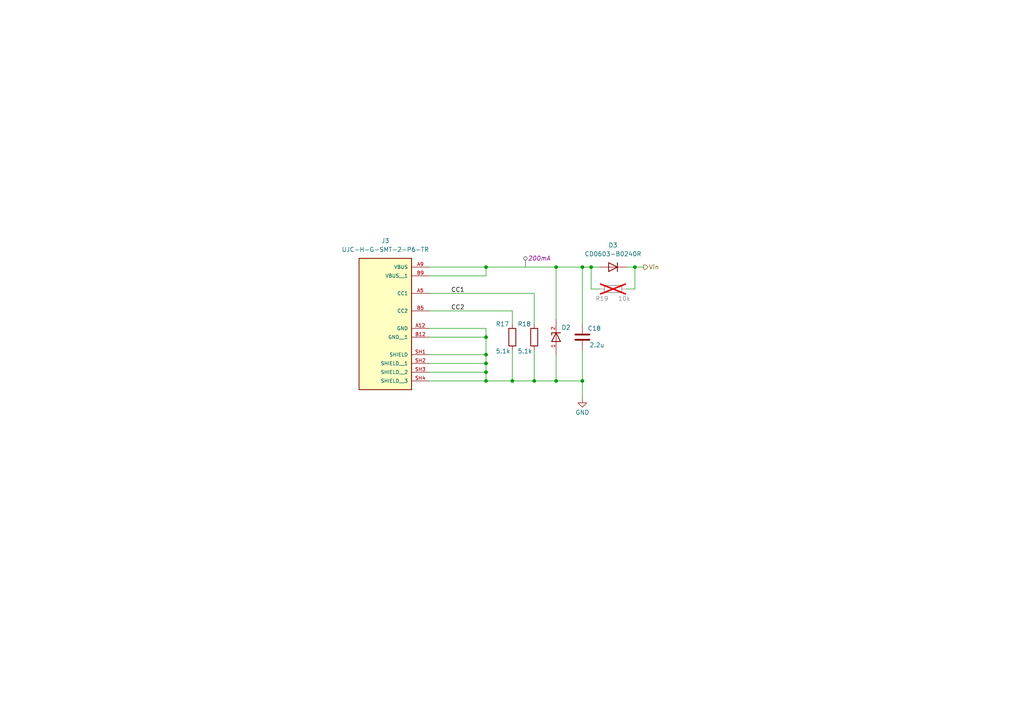
<source format=kicad_sch>
(kicad_sch (version 20231120) (generator "eeschema") (generator_version "8.0")
  (paper "A4")
  (lib_symbols
    (symbol "Device:C" (pin_numbers hide) (pin_names (offset 0.254))
      (property "Reference" "C" (at 0.635 2.54 0))
      (property "Value" "C" (at 0.635 -2.54 0))
      (symbol "C_0_1"
        (polyline (pts (xy -2.032 -0.762) (xy 2.032 -0.762)) (stroke (width 0.508)))
        (polyline (pts (xy -2.032 0.762) (xy 2.032 0.762)) (stroke (width 0.508)))
      )
      (symbol "C_1_1"
        (pin passive line (at 0 3.81 270) (length 2.794) (name "~") (number "1"))
        (pin passive line (at 0 -3.81 90) (length 2.794) (name "~") (number "2"))
      )
    )
    (symbol "Device:D" (pin_numbers hide) (pin_names (offset 1.016) hide)
      (property "Reference" "D" (at 0 2.54 0))
      (property "Value" "D" (at 0 -2.54 0))
      (symbol "D_0_1"
        (polyline (pts (xy -1.27 1.27) (xy -1.27 -1.27)) (stroke (width 0.254)))
        (polyline (pts (xy 1.27 0) (xy -1.27 0)))
        (polyline (pts (xy 1.27 1.27) (xy 1.27 -1.27) (xy -1.27 0) (xy 1.27 1.27)) (stroke (width 0.254)))
      )
      (symbol "D_1_1"
        (pin passive line (at -3.81 0 0) (length 2.54) (name "K") (number "1"))
        (pin passive line (at 3.81 0 180) (length 2.54) (name "A") (number "2"))
      )
    )
    (symbol "Device:R" (pin_numbers hide) (pin_names (offset 0))
      (property "Reference" "R" (at 2.032 0 90))
      (property "Value" "R" (at 0 0 90))
      (symbol "R_0_1"
        (rectangle (start -1.016 -2.54) (end 1.016 2.54) (stroke (width 0.254)))
      )
      (symbol "R_1_1"
        (pin passive line (at 0 3.81 270) (length 1.27) (name "~") (number "1"))
        (pin passive line (at 0 -3.81 90) (length 1.27) (name "~") (number "2"))
      )
    )
    (symbol "ESDA25P35-1U1M:ESDA25P35-1U1M" (pin_names (offset 1.016))
      (property "Reference" "D" (at -5.0835 2.4159 0))
      (property "Value" "ESDA25P35-1U1M" (at -5.0854 -4.9611 0))
      (symbol "ESDA25P35-1U1M_0_0"
        (polyline (pts (xy -1.27 -1.27) (xy -1.27 0)) (stroke (width 0.254)))
        (polyline (pts (xy -1.27 0) (xy -1.27 1.27)) (stroke (width 0.254)))
        (polyline (pts (xy -1.27 0) (xy 1.27 -1.27)) (stroke (width 0.254)))
        (polyline (pts (xy -0.635 -1.27) (xy -1.27 -1.27)) (stroke (width 0.254)))
        (polyline (pts (xy 1.27 -1.27) (xy 1.27 1.27)) (stroke (width 0.254)))
        (polyline (pts (xy 1.27 1.27) (xy -1.27 0)) (stroke (width 0.254)))
        (pin passive line (at 5.08 0 180) (length 5.08) (name "~") (number "1"))
        (pin passive line (at -5.08 0 0) (length 5.08) (name "~") (number "2"))
      )
    )
    (symbol "UJC-H-G-SMT-2-P6-TR:UJC-H-G-SMT-2-P6-TR" (pin_names (offset 1.016))
      (property "Reference" "J" (at -7.62 13.462 0))
      (property "Value" "UJC-H-G-SMT-2-P6-TR" (at -7.62 -27.94 0))
      (symbol "UJC-H-G-SMT-2-P6-TR_0_0"
        (rectangle (start -7.62 -25.4) (end 7.62 12.7) (stroke (width 0.254)) (fill (type background)))
        (pin passive line (at 12.7 -7.62 180) (length 5.08) (name "GND") (number "A12"))
        (pin passive line (at 12.7 2.54 180) (length 5.08) (name "CC1") (number "A5"))
        (pin passive line (at 12.7 10.16 180) (length 5.08) (name "VBUS") (number "A9"))
        (pin passive line (at 12.7 -10.16 180) (length 5.08) (name "GND__1") (number "B12"))
        (pin passive line (at 12.7 -2.54 180) (length 5.08) (name "CC2") (number "B5"))
        (pin passive line (at 12.7 7.62 180) (length 5.08) (name "VBUS__1") (number "B9"))
        (pin passive line (at 12.7 -15.24 180) (length 5.08) (name "SHIELD") (number "SH1"))
        (pin passive line (at 12.7 -17.78 180) (length 5.08) (name "SHIELD__1") (number "SH2"))
        (pin passive line (at 12.7 -20.32 180) (length 5.08) (name "SHIELD__2") (number "SH3"))
        (pin passive line (at 12.7 -22.86 180) (length 5.08) (name "SHIELD__3") (number "SH4"))
      )
    )
    (symbol "power:GND" (power) (pin_numbers hide) (pin_names (offset 0) hide)
      (property "Value" "GND" (at 0 -3.81 0))
      (symbol "GND_0_1"
        (polyline (pts (xy 0 0) (xy 0 -1.27) (xy 1.27 -1.27) (xy 0 -2.54) (xy -1.27 -1.27) (xy 0 -1.27)))
      )
      (symbol "GND_1_1"
        (pin power_in line (at 0 0 270) (length 0) (name "~") (number "1"))
      )
    )
  )
  (junction (at 184.15 77.47))
  (junction (at 168.91 77.47))
  (junction (at 154.94 110.49))
  (junction (at 171.45 77.47))
  (junction (at 140.97 110.49))
  (junction (at 140.97 77.47))
  (junction (at 161.29 77.47))
  (junction (at 148.59 110.49))
  (junction (at 140.97 97.79))
  (junction (at 140.97 107.95))
  (junction (at 168.91 110.49))
  (junction (at 140.97 105.41))
  (junction (at 161.29 110.49))
  (junction (at 140.97 102.87))
  (wire (pts (xy 154.94 85.09) (xy 154.94 93.98)))
  (wire (pts (xy 124.46 107.95) (xy 140.97 107.95)))
  (wire (pts (xy 168.91 110.49) (xy 168.91 115.57)))
  (wire (pts (xy 124.46 105.41) (xy 140.97 105.41)))
  (wire (pts (xy 161.29 110.49) (xy 154.94 110.49)))
  (wire (pts (xy 124.46 97.79) (xy 140.97 97.79)))
  (wire (pts (xy 148.59 110.49) (xy 154.94 110.49)))
  (wire (pts (xy 140.97 107.95) (xy 140.97 110.49)))
  (wire (pts (xy 124.46 77.47) (xy 140.97 77.47)))
  (wire (pts (xy 181.61 77.47) (xy 184.15 77.47)))
  (wire (pts (xy 168.91 77.47) (xy 168.91 93.98)))
  (wire (pts (xy 140.97 105.41) (xy 140.97 107.95)))
  (wire (pts (xy 181.61 83.82) (xy 184.15 83.82)))
  (wire (pts (xy 184.15 77.47) (xy 186.69 77.47)))
  (wire (pts (xy 140.97 102.87) (xy 140.97 105.41)))
  (wire (pts (xy 124.46 110.49) (xy 140.97 110.49)))
  (wire (pts (xy 168.91 77.47) (xy 171.45 77.47)))
  (wire (pts (xy 124.46 95.25) (xy 140.97 95.25)))
  (wire (pts (xy 124.46 80.01) (xy 140.97 80.01)))
  (wire (pts (xy 154.94 101.6) (xy 154.94 110.49)))
  (wire (pts (xy 168.91 101.6) (xy 168.91 110.49)))
  (wire (pts (xy 148.59 101.6) (xy 148.59 110.49)))
  (wire (pts (xy 124.46 85.09) (xy 154.94 85.09)))
  (wire (pts (xy 161.29 77.47) (xy 168.91 77.47)))
  (wire (pts (xy 124.46 90.17) (xy 148.59 90.17)))
  (wire (pts (xy 161.29 102.87) (xy 161.29 110.49)))
  (wire (pts (xy 140.97 80.01) (xy 140.97 77.47)))
  (wire (pts (xy 148.59 110.49) (xy 140.97 110.49)))
  (wire (pts (xy 148.59 90.17) (xy 148.59 93.98)))
  (wire (pts (xy 171.45 77.47) (xy 173.99 77.47)))
  (wire (pts (xy 124.46 102.87) (xy 140.97 102.87)))
  (wire (pts (xy 161.29 77.47) (xy 161.29 92.71)))
  (wire (pts (xy 140.97 97.79) (xy 140.97 102.87)))
  (wire (pts (xy 184.15 83.82) (xy 184.15 77.47)))
  (wire (pts (xy 171.45 83.82) (xy 171.45 77.47)))
  (wire (pts (xy 140.97 95.25) (xy 140.97 97.79)))
  (wire (pts (xy 173.99 83.82) (xy 171.45 83.82)))
  (wire (pts (xy 140.97 77.47) (xy 161.29 77.47)))
  (wire (pts (xy 168.91 110.49) (xy 161.29 110.49)))
  (label "CC2" (at 130.81 90.17 0))
  (label "CC1" (at 130.81 85.09 0))
  (hierarchical_label "Vin" (shape output) (at 186.69 77.47 0))
  (netclass_flag "" (length 2.54) (shape round) (at 152.4 77.47 0) (property "Netclass" "200mA" (at 153.0985 74.93 0) (effects (font (italic yes)) (justify left))))
  (symbol (lib_id "Device:R") (at 177.8 83.82 90) (unit 1) (in_bom no) (on_board no) (dnp yes)
    (property "Reference" "R19" (at 176.53 86.614 90) (effects (justify left)))
    (property "Value" "10k" (at 182.88 86.614 90) (effects (justify left)))
    (property "Footprint" "Resistor_SMD:R_0603_1608Metric_Pad0.98x0.95mm_HandSolder" (effects (hide yes)))
    (property "Description" "Resistor" (effects (hide yes)))
  )
  (symbol (lib_id "Device:D") (at 177.8 77.47 180) (unit 1)
    (property "Reference" "D3" (at 177.8 71.12 0))
    (property "Value" "CD0603-B0240R" (at 177.8 73.66 0))
    (property "Footprint" "Capacitor_SMD:C_0603_1608Metric" (effects (hide yes)))
    (property "Description" "Diode" (effects (hide yes)))
    (property "Sim.Device" "D" (effects (hide yes)))
    (property "Sim.Pins" "1=K 2=A" (effects (hide yes)))
  )
  (symbol (lib_id "UJC-H-G-SMT-2-P6-TR:UJC-H-G-SMT-2-P6-TR") (at 111.76 87.63 0) (unit 1)
    (property "Reference" "J3" (at 111.76 69.85 0))
    (property "Value" "UJC-H-G-SMT-2-P6-TR" (at 111.76 72.39 0))
    (property "Footprint" "UJC-H-G-SMT-2-P6-TR:SAMESKY_UJC-H-G-SMT-2-P6-TR" (effects (hide yes)))
    (property "MF" "Same Sky" (effects (hide yes)))
    (property "MAXIMUM_PACKAGE_HEIGHT" "3.16mm" (effects (hide yes)))
    (property "Package" "None" (effects (hide yes)))
    (property "Price" "None" (effects (hide yes)))
    (property "Check_prices" "https://www.snapeda.com/parts/UJC-H-G-SMT-2-P6-TR/Same+Sky/view-part/?ref=eda" (effects (hide yes)))
    (property "STANDARD" "Manufacturer Recommendations" (effects (hide yes)))
    (property "PARTREV" "1.0" (effects (hide yes)))
    (property "SnapEDA_Link" "https://www.snapeda.com/parts/UJC-H-G-SMT-2-P6-TR/Same+Sky/view-part/?ref=snap" (effects (hide yes)))
    (property "MP" "UJC-H-G-SMT-2-P6-TR" (effects (hide yes)))
    (property "Description_1" "\n                        \n                            Type C, Power Only, 30 Vac, 3 A, Horizontal, Gold plated 1u, Surface Mount,6 pin, USB Receptacle\n                        \n" (effects (hide yes)))
    (property "Availability" "In Stock" (effects (hide yes)))
    (property "MANUFACTURER" "Same Sky" (effects (hide yes)))
  )
  (symbol (lib_id "Device:R") (at 148.59 97.79 0) (unit 1)
    (property "Reference" "R17" (at 143.764 93.98 0) (effects (justify left)))
    (property "Value" "5.1k" (at 143.764 101.854 0) (effects (justify left)))
    (property "Footprint" "Resistor_SMD:R_0603_1608Metric_Pad0.98x0.95mm_HandSolder" (effects (hide yes)))
    (property "Description" "Resistor" (effects (hide yes)))
  )
  (symbol (lib_id "Device:C") (at 168.91 97.79 0) (unit 1)
    (property "Reference" "C18" (at 170.434 95.25 0) (effects (justify left)))
    (property "Value" "2.2u" (at 170.942 100.076 0) (effects (justify left)))
    (property "Footprint" "Capacitor_SMD:C_0805_2012Metric" (effects (hide yes)))
    (property "Description" "Unpolarized capacitor" (effects (hide yes)))
  )
  (symbol (lib_id "ESDA25P35-1U1M:ESDA25P35-1U1M") (at 161.29 97.79 270) (unit 1)
    (property "Reference" "D2" (at 162.814 94.996 90) (effects (justify left)))
    (property "Value" "ESDA25P35-1U1M" (effects (hide yes)))
    (property "Footprint" "Diode_SMD:D_0603_1608Metric_Pad1.05x0.95mm_HandSolder" (effects (hide yes)))
    (property "MF" "STMicroelectronics" (effects (hide yes)))
    (property "MAXIMUM_PACKAGE_HEIGHT" "0.6 mm" (effects (hide yes)))
    (property "Package" "UDFN-2 STMicroelectronics" (effects (hide yes)))
    (property "Price" "None" (effects (hide yes)))
    (property "Check_prices" "https://www.snapeda.com/parts/ESDA25P35-1U1M/STMicroelectronics/view-part/?ref=eda" (effects (hide yes)))
    (property "STANDARD" "Manufacturer Recommendations" (effects (hide yes)))
    (property "PARTREV" "2" (effects (hide yes)))
    (property "SnapEDA_Link" "https://www.snapeda.com/parts/ESDA25P35-1U1M/STMicroelectronics/view-part/?ref=snap" (effects (hide yes)))
    (property "MP" "ESDA25P35-1U1M" (effects (hide yes)))
    (property "Description_1" "\n                        \n                            41V Clamp 35A (8/20µs) Ipp Tvs Diode Surface Mount 1610\n                        \n" (effects (hide yes)))
    (property "Availability" "In Stock" (effects (hide yes)))
    (property "MANUFACTURER" "STMicroelectronics" (effects (hide yes)))
  )
  (symbol (lib_id "Device:R") (at 154.94 97.79 0) (unit 1)
    (property "Reference" "R18" (at 150.114 93.98 0) (effects (justify left)))
    (property "Value" "5.1k" (at 150.114 101.854 0) (effects (justify left)))
    (property "Footprint" "Resistor_SMD:R_0603_1608Metric_Pad0.98x0.95mm_HandSolder" (effects (hide yes)))
    (property "Description" "Resistor" (effects (hide yes)))
  )
  (symbol (lib_id "power:GND") (at 168.91 115.57 0) (unit 1)
    (property "Reference" "#PWR015" (effects (hide yes)))
    (property "Value" "GND" (at 168.91 119.634 0))
    (property "Description" "Power symbol creates a global label with name \"GND\" , ground" (effects (hide yes)))
  )
)
</source>
